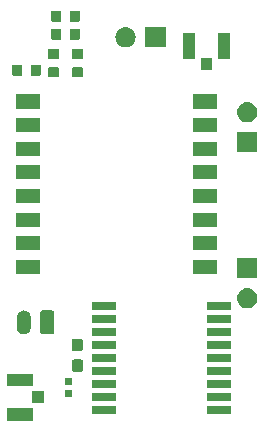
<source format=gbs>
G04 #@! TF.GenerationSoftware,KiCad,Pcbnew,(5.0.2)-1*
G04 #@! TF.CreationDate,2019-05-04T17:06:02+02:00*
G04 #@! TF.ProjectId,Cowbell_mini,436f7762-656c-46c5-9f6d-696e692e6b69,v0.4*
G04 #@! TF.SameCoordinates,Original*
G04 #@! TF.FileFunction,Soldermask,Bot*
G04 #@! TF.FilePolarity,Negative*
%FSLAX46Y46*%
G04 Gerber Fmt 4.6, Leading zero omitted, Abs format (unit mm)*
G04 Created by KiCad (PCBNEW (5.0.2)-1) date 5/4/2019 5:06:02 PM*
%MOMM*%
%LPD*%
G01*
G04 APERTURE LIST*
%ADD10C,0.150000*%
G04 APERTURE END LIST*
D10*
G36*
X119577000Y-63034000D02*
X117377000Y-63034000D01*
X117377000Y-61984000D01*
X119577000Y-61984000D01*
X119577000Y-63034000D01*
X119577000Y-63034000D01*
G37*
G36*
X136290000Y-62484000D02*
X134290000Y-62484000D01*
X134290000Y-61784000D01*
X136290000Y-61784000D01*
X136290000Y-62484000D01*
X136290000Y-62484000D01*
G37*
G36*
X126590000Y-62484000D02*
X124590000Y-62484000D01*
X124590000Y-61784000D01*
X126590000Y-61784000D01*
X126590000Y-62484000D01*
X126590000Y-62484000D01*
G37*
G36*
X120527000Y-61534000D02*
X119477000Y-61534000D01*
X119477000Y-60534000D01*
X120527000Y-60534000D01*
X120527000Y-61534000D01*
X120527000Y-61534000D01*
G37*
G36*
X126590000Y-61384000D02*
X124590000Y-61384000D01*
X124590000Y-60684000D01*
X126590000Y-60684000D01*
X126590000Y-61384000D01*
X126590000Y-61384000D01*
G37*
G36*
X136290000Y-61384000D02*
X134290000Y-61384000D01*
X134290000Y-60684000D01*
X136290000Y-60684000D01*
X136290000Y-61384000D01*
X136290000Y-61384000D01*
G37*
G36*
X122817463Y-60395106D02*
X122833298Y-60399910D01*
X122847886Y-60407707D01*
X122860676Y-60418204D01*
X122871173Y-60430994D01*
X122878970Y-60445582D01*
X122883774Y-60461417D01*
X122886000Y-60484020D01*
X122886000Y-60891740D01*
X122883774Y-60914343D01*
X122878970Y-60930178D01*
X122871173Y-60944766D01*
X122860676Y-60957556D01*
X122847886Y-60968053D01*
X122833298Y-60975850D01*
X122817463Y-60980654D01*
X122794860Y-60982880D01*
X122337140Y-60982880D01*
X122314537Y-60980654D01*
X122298702Y-60975850D01*
X122284114Y-60968053D01*
X122271324Y-60957556D01*
X122260827Y-60944766D01*
X122253030Y-60930178D01*
X122248226Y-60914343D01*
X122246000Y-60891740D01*
X122246000Y-60484020D01*
X122248226Y-60461417D01*
X122253030Y-60445582D01*
X122260827Y-60430994D01*
X122271324Y-60418204D01*
X122284114Y-60407707D01*
X122298702Y-60399910D01*
X122314537Y-60395106D01*
X122337140Y-60392880D01*
X122794860Y-60392880D01*
X122817463Y-60395106D01*
X122817463Y-60395106D01*
G37*
G36*
X136290000Y-60284000D02*
X134290000Y-60284000D01*
X134290000Y-59584000D01*
X136290000Y-59584000D01*
X136290000Y-60284000D01*
X136290000Y-60284000D01*
G37*
G36*
X126590000Y-60284000D02*
X124590000Y-60284000D01*
X124590000Y-59584000D01*
X126590000Y-59584000D01*
X126590000Y-60284000D01*
X126590000Y-60284000D01*
G37*
G36*
X119577000Y-60084000D02*
X117377000Y-60084000D01*
X117377000Y-59034000D01*
X119577000Y-59034000D01*
X119577000Y-60084000D01*
X119577000Y-60084000D01*
G37*
G36*
X122817463Y-59425106D02*
X122833298Y-59429910D01*
X122847886Y-59437707D01*
X122860676Y-59448204D01*
X122871173Y-59460994D01*
X122878970Y-59475582D01*
X122883774Y-59491417D01*
X122886000Y-59514020D01*
X122886000Y-59921740D01*
X122883774Y-59944343D01*
X122878970Y-59960178D01*
X122871173Y-59974766D01*
X122860676Y-59987556D01*
X122847886Y-59998053D01*
X122833298Y-60005850D01*
X122817463Y-60010654D01*
X122794860Y-60012880D01*
X122337140Y-60012880D01*
X122314537Y-60010654D01*
X122298702Y-60005850D01*
X122284114Y-59998053D01*
X122271324Y-59987556D01*
X122260827Y-59974766D01*
X122253030Y-59960178D01*
X122248226Y-59944343D01*
X122246000Y-59921740D01*
X122246000Y-59514020D01*
X122248226Y-59491417D01*
X122253030Y-59475582D01*
X122260827Y-59460994D01*
X122271324Y-59448204D01*
X122284114Y-59437707D01*
X122298702Y-59429910D01*
X122314537Y-59425106D01*
X122337140Y-59422880D01*
X122794860Y-59422880D01*
X122817463Y-59425106D01*
X122817463Y-59425106D01*
G37*
G36*
X136290000Y-59184000D02*
X134290000Y-59184000D01*
X134290000Y-58484000D01*
X136290000Y-58484000D01*
X136290000Y-59184000D01*
X136290000Y-59184000D01*
G37*
G36*
X126590000Y-59184000D02*
X124590000Y-59184000D01*
X124590000Y-58484000D01*
X126590000Y-58484000D01*
X126590000Y-59184000D01*
X126590000Y-59184000D01*
G37*
G36*
X123662024Y-57833955D02*
X123694736Y-57843879D01*
X123724890Y-57859997D01*
X123751316Y-57881684D01*
X123773003Y-57908110D01*
X123789121Y-57938264D01*
X123799045Y-57970976D01*
X123803000Y-58011138D01*
X123803000Y-58698862D01*
X123799045Y-58739024D01*
X123789121Y-58771736D01*
X123773003Y-58801890D01*
X123751316Y-58828316D01*
X123724890Y-58850003D01*
X123694736Y-58866121D01*
X123662024Y-58876045D01*
X123621862Y-58880000D01*
X123034138Y-58880000D01*
X122993976Y-58876045D01*
X122961264Y-58866121D01*
X122931110Y-58850003D01*
X122904684Y-58828316D01*
X122882997Y-58801890D01*
X122866879Y-58771736D01*
X122856955Y-58739024D01*
X122853000Y-58698862D01*
X122853000Y-58011138D01*
X122856955Y-57970976D01*
X122866879Y-57938264D01*
X122882997Y-57908110D01*
X122904684Y-57881684D01*
X122931110Y-57859997D01*
X122961264Y-57843879D01*
X122993976Y-57833955D01*
X123034138Y-57830000D01*
X123621862Y-57830000D01*
X123662024Y-57833955D01*
X123662024Y-57833955D01*
G37*
G36*
X136290000Y-58084000D02*
X134290000Y-58084000D01*
X134290000Y-57384000D01*
X136290000Y-57384000D01*
X136290000Y-58084000D01*
X136290000Y-58084000D01*
G37*
G36*
X126590000Y-58084000D02*
X124590000Y-58084000D01*
X124590000Y-57384000D01*
X126590000Y-57384000D01*
X126590000Y-58084000D01*
X126590000Y-58084000D01*
G37*
G36*
X123662024Y-56083955D02*
X123694736Y-56093879D01*
X123724890Y-56109997D01*
X123751316Y-56131684D01*
X123773003Y-56158110D01*
X123789121Y-56188264D01*
X123799045Y-56220976D01*
X123803000Y-56261138D01*
X123803000Y-56948862D01*
X123799045Y-56989024D01*
X123789121Y-57021736D01*
X123773003Y-57051890D01*
X123751316Y-57078316D01*
X123724890Y-57100003D01*
X123694736Y-57116121D01*
X123662024Y-57126045D01*
X123621862Y-57130000D01*
X123034138Y-57130000D01*
X122993976Y-57126045D01*
X122961264Y-57116121D01*
X122931110Y-57100003D01*
X122904684Y-57078316D01*
X122882997Y-57051890D01*
X122866879Y-57021736D01*
X122856955Y-56989024D01*
X122853000Y-56948862D01*
X122853000Y-56261138D01*
X122856955Y-56220976D01*
X122866879Y-56188264D01*
X122882997Y-56158110D01*
X122904684Y-56131684D01*
X122931110Y-56109997D01*
X122961264Y-56093879D01*
X122993976Y-56083955D01*
X123034138Y-56080000D01*
X123621862Y-56080000D01*
X123662024Y-56083955D01*
X123662024Y-56083955D01*
G37*
G36*
X136290000Y-56984000D02*
X134290000Y-56984000D01*
X134290000Y-56284000D01*
X136290000Y-56284000D01*
X136290000Y-56984000D01*
X136290000Y-56984000D01*
G37*
G36*
X126590000Y-56984000D02*
X124590000Y-56984000D01*
X124590000Y-56284000D01*
X126590000Y-56284000D01*
X126590000Y-56984000D01*
X126590000Y-56984000D01*
G37*
G36*
X126590000Y-55884000D02*
X124590000Y-55884000D01*
X124590000Y-55184000D01*
X126590000Y-55184000D01*
X126590000Y-55884000D01*
X126590000Y-55884000D01*
G37*
G36*
X136290000Y-55884000D02*
X134290000Y-55884000D01*
X134290000Y-55184000D01*
X136290000Y-55184000D01*
X136290000Y-55884000D01*
X136290000Y-55884000D01*
G37*
G36*
X118889621Y-53694682D02*
X119002721Y-53728990D01*
X119106955Y-53784704D01*
X119198317Y-53859683D01*
X119273296Y-53951045D01*
X119329010Y-54055279D01*
X119363318Y-54168379D01*
X119372000Y-54256526D01*
X119372000Y-55115474D01*
X119363318Y-55203621D01*
X119329010Y-55316721D01*
X119273296Y-55420955D01*
X119198317Y-55512317D01*
X119106954Y-55587296D01*
X119002720Y-55643010D01*
X118889620Y-55677318D01*
X118772000Y-55688903D01*
X118654379Y-55677318D01*
X118541279Y-55643010D01*
X118437045Y-55587296D01*
X118345683Y-55512317D01*
X118270704Y-55420954D01*
X118214990Y-55316720D01*
X118180682Y-55203620D01*
X118172000Y-55115473D01*
X118172000Y-54256526D01*
X118180682Y-54168379D01*
X118214991Y-54055279D01*
X118270705Y-53951045D01*
X118345684Y-53859683D01*
X118437046Y-53784704D01*
X118541280Y-53728990D01*
X118654380Y-53694682D01*
X118772000Y-53683097D01*
X118889621Y-53694682D01*
X118889621Y-53694682D01*
G37*
G36*
X121180717Y-53691156D02*
X121225156Y-53704637D01*
X121266109Y-53726527D01*
X121302010Y-53755990D01*
X121331473Y-53791891D01*
X121353363Y-53832844D01*
X121366844Y-53877283D01*
X121372000Y-53929640D01*
X121372000Y-55442360D01*
X121366844Y-55494717D01*
X121353363Y-55539156D01*
X121331473Y-55580109D01*
X121302010Y-55616010D01*
X121266109Y-55645473D01*
X121225156Y-55667363D01*
X121180717Y-55680844D01*
X121128360Y-55686000D01*
X120415640Y-55686000D01*
X120363283Y-55680844D01*
X120318844Y-55667363D01*
X120277891Y-55645473D01*
X120241990Y-55616010D01*
X120212527Y-55580109D01*
X120190637Y-55539156D01*
X120177156Y-55494717D01*
X120172000Y-55442360D01*
X120172000Y-53929640D01*
X120177156Y-53877283D01*
X120190637Y-53832844D01*
X120212527Y-53791891D01*
X120241990Y-53755990D01*
X120277891Y-53726527D01*
X120318844Y-53704637D01*
X120363283Y-53691156D01*
X120415640Y-53686000D01*
X121128360Y-53686000D01*
X121180717Y-53691156D01*
X121180717Y-53691156D01*
G37*
G36*
X136290000Y-54784000D02*
X134290000Y-54784000D01*
X134290000Y-54084000D01*
X136290000Y-54084000D01*
X136290000Y-54784000D01*
X136290000Y-54784000D01*
G37*
G36*
X126590000Y-54784000D02*
X124590000Y-54784000D01*
X124590000Y-54084000D01*
X126590000Y-54084000D01*
X126590000Y-54784000D01*
X126590000Y-54784000D01*
G37*
G36*
X136290000Y-53684000D02*
X134290000Y-53684000D01*
X134290000Y-52984000D01*
X136290000Y-52984000D01*
X136290000Y-53684000D01*
X136290000Y-53684000D01*
G37*
G36*
X126590000Y-53684000D02*
X124590000Y-53684000D01*
X124590000Y-52984000D01*
X126590000Y-52984000D01*
X126590000Y-53684000D01*
X126590000Y-53684000D01*
G37*
G36*
X137866630Y-51816299D02*
X138026855Y-51864903D01*
X138174520Y-51943831D01*
X138303949Y-52050051D01*
X138410169Y-52179480D01*
X138489097Y-52327145D01*
X138537701Y-52487370D01*
X138554112Y-52654000D01*
X138537701Y-52820630D01*
X138489097Y-52980855D01*
X138410169Y-53128520D01*
X138303949Y-53257949D01*
X138174520Y-53364169D01*
X138026855Y-53443097D01*
X137866630Y-53491701D01*
X137741752Y-53504000D01*
X137658248Y-53504000D01*
X137533370Y-53491701D01*
X137373145Y-53443097D01*
X137225480Y-53364169D01*
X137096051Y-53257949D01*
X136989831Y-53128520D01*
X136910903Y-52980855D01*
X136862299Y-52820630D01*
X136845888Y-52654000D01*
X136862299Y-52487370D01*
X136910903Y-52327145D01*
X136989831Y-52179480D01*
X137096051Y-52050051D01*
X137225480Y-51943831D01*
X137373145Y-51864903D01*
X137533370Y-51816299D01*
X137658248Y-51804000D01*
X137741752Y-51804000D01*
X137866630Y-51816299D01*
X137866630Y-51816299D01*
G37*
G36*
X138550000Y-50964000D02*
X136850000Y-50964000D01*
X136850000Y-49264000D01*
X138550000Y-49264000D01*
X138550000Y-50964000D01*
X138550000Y-50964000D01*
G37*
G36*
X135130000Y-50602000D02*
X133130000Y-50602000D01*
X133130000Y-49402000D01*
X135130000Y-49402000D01*
X135130000Y-50602000D01*
X135130000Y-50602000D01*
G37*
G36*
X120130000Y-50602000D02*
X118130000Y-50602000D01*
X118130000Y-49402000D01*
X120130000Y-49402000D01*
X120130000Y-50602000D01*
X120130000Y-50602000D01*
G37*
G36*
X135130000Y-48602000D02*
X133130000Y-48602000D01*
X133130000Y-47402000D01*
X135130000Y-47402000D01*
X135130000Y-48602000D01*
X135130000Y-48602000D01*
G37*
G36*
X120130000Y-48602000D02*
X118130000Y-48602000D01*
X118130000Y-47402000D01*
X120130000Y-47402000D01*
X120130000Y-48602000D01*
X120130000Y-48602000D01*
G37*
G36*
X120130000Y-46602000D02*
X118130000Y-46602000D01*
X118130000Y-45402000D01*
X120130000Y-45402000D01*
X120130000Y-46602000D01*
X120130000Y-46602000D01*
G37*
G36*
X135130000Y-46602000D02*
X133130000Y-46602000D01*
X133130000Y-45402000D01*
X135130000Y-45402000D01*
X135130000Y-46602000D01*
X135130000Y-46602000D01*
G37*
G36*
X120130000Y-44602000D02*
X118130000Y-44602000D01*
X118130000Y-43402000D01*
X120130000Y-43402000D01*
X120130000Y-44602000D01*
X120130000Y-44602000D01*
G37*
G36*
X135130000Y-44602000D02*
X133130000Y-44602000D01*
X133130000Y-43402000D01*
X135130000Y-43402000D01*
X135130000Y-44602000D01*
X135130000Y-44602000D01*
G37*
G36*
X120130000Y-42602000D02*
X118130000Y-42602000D01*
X118130000Y-41402000D01*
X120130000Y-41402000D01*
X120130000Y-42602000D01*
X120130000Y-42602000D01*
G37*
G36*
X135130000Y-42602000D02*
X133130000Y-42602000D01*
X133130000Y-41402000D01*
X135130000Y-41402000D01*
X135130000Y-42602000D01*
X135130000Y-42602000D01*
G37*
G36*
X120130000Y-40602000D02*
X118130000Y-40602000D01*
X118130000Y-39402000D01*
X120130000Y-39402000D01*
X120130000Y-40602000D01*
X120130000Y-40602000D01*
G37*
G36*
X135130000Y-40602000D02*
X133130000Y-40602000D01*
X133130000Y-39402000D01*
X135130000Y-39402000D01*
X135130000Y-40602000D01*
X135130000Y-40602000D01*
G37*
G36*
X138550000Y-40296000D02*
X136850000Y-40296000D01*
X136850000Y-38596000D01*
X138550000Y-38596000D01*
X138550000Y-40296000D01*
X138550000Y-40296000D01*
G37*
G36*
X135130000Y-38602000D02*
X133130000Y-38602000D01*
X133130000Y-37402000D01*
X135130000Y-37402000D01*
X135130000Y-38602000D01*
X135130000Y-38602000D01*
G37*
G36*
X120130000Y-38602000D02*
X118130000Y-38602000D01*
X118130000Y-37402000D01*
X120130000Y-37402000D01*
X120130000Y-38602000D01*
X120130000Y-38602000D01*
G37*
G36*
X137866630Y-36068299D02*
X138026855Y-36116903D01*
X138174520Y-36195831D01*
X138303949Y-36302051D01*
X138410169Y-36431480D01*
X138489097Y-36579145D01*
X138537701Y-36739370D01*
X138554112Y-36906000D01*
X138537701Y-37072630D01*
X138489097Y-37232855D01*
X138410169Y-37380520D01*
X138303949Y-37509949D01*
X138174520Y-37616169D01*
X138026855Y-37695097D01*
X137866630Y-37743701D01*
X137741752Y-37756000D01*
X137658248Y-37756000D01*
X137533370Y-37743701D01*
X137373145Y-37695097D01*
X137225480Y-37616169D01*
X137096051Y-37509949D01*
X136989831Y-37380520D01*
X136910903Y-37232855D01*
X136862299Y-37072630D01*
X136845888Y-36906000D01*
X136862299Y-36739370D01*
X136910903Y-36579145D01*
X136989831Y-36431480D01*
X137096051Y-36302051D01*
X137225480Y-36195831D01*
X137373145Y-36116903D01*
X137533370Y-36068299D01*
X137658248Y-36056000D01*
X137741752Y-36056000D01*
X137866630Y-36068299D01*
X137866630Y-36068299D01*
G37*
G36*
X135130000Y-36602000D02*
X133130000Y-36602000D01*
X133130000Y-35402000D01*
X135130000Y-35402000D01*
X135130000Y-36602000D01*
X135130000Y-36602000D01*
G37*
G36*
X120130000Y-36602000D02*
X118130000Y-36602000D01*
X118130000Y-35402000D01*
X120130000Y-35402000D01*
X120130000Y-36602000D01*
X120130000Y-36602000D01*
G37*
G36*
X121645116Y-33093995D02*
X121674313Y-33102852D01*
X121701218Y-33117233D01*
X121724808Y-33136592D01*
X121744167Y-33160182D01*
X121758548Y-33187087D01*
X121767405Y-33216284D01*
X121771000Y-33252790D01*
X121771000Y-33803010D01*
X121767405Y-33839516D01*
X121758548Y-33868713D01*
X121744167Y-33895618D01*
X121724808Y-33919208D01*
X121701218Y-33938567D01*
X121674313Y-33952948D01*
X121645116Y-33961805D01*
X121608610Y-33965400D01*
X120983390Y-33965400D01*
X120946884Y-33961805D01*
X120917687Y-33952948D01*
X120890782Y-33938567D01*
X120867192Y-33919208D01*
X120847833Y-33895618D01*
X120833452Y-33868713D01*
X120824595Y-33839516D01*
X120821000Y-33803010D01*
X120821000Y-33252790D01*
X120824595Y-33216284D01*
X120833452Y-33187087D01*
X120847833Y-33160182D01*
X120867192Y-33136592D01*
X120890782Y-33117233D01*
X120917687Y-33102852D01*
X120946884Y-33093995D01*
X120983390Y-33090400D01*
X121608610Y-33090400D01*
X121645116Y-33093995D01*
X121645116Y-33093995D01*
G37*
G36*
X123677116Y-33093995D02*
X123706313Y-33102852D01*
X123733218Y-33117233D01*
X123756808Y-33136592D01*
X123776167Y-33160182D01*
X123790548Y-33187087D01*
X123799405Y-33216284D01*
X123803000Y-33252790D01*
X123803000Y-33803010D01*
X123799405Y-33839516D01*
X123790548Y-33868713D01*
X123776167Y-33895618D01*
X123756808Y-33919208D01*
X123733218Y-33938567D01*
X123706313Y-33952948D01*
X123677116Y-33961805D01*
X123640610Y-33965400D01*
X123015390Y-33965400D01*
X122978884Y-33961805D01*
X122949687Y-33952948D01*
X122922782Y-33938567D01*
X122899192Y-33919208D01*
X122879833Y-33895618D01*
X122865452Y-33868713D01*
X122856595Y-33839516D01*
X122853000Y-33803010D01*
X122853000Y-33252790D01*
X122856595Y-33216284D01*
X122865452Y-33187087D01*
X122879833Y-33160182D01*
X122899192Y-33136592D01*
X122922782Y-33117233D01*
X122949687Y-33102852D01*
X122978884Y-33093995D01*
X123015390Y-33090400D01*
X123640610Y-33090400D01*
X123677116Y-33093995D01*
X123677116Y-33093995D01*
G37*
G36*
X120109116Y-32878595D02*
X120138313Y-32887452D01*
X120165218Y-32901833D01*
X120188808Y-32921192D01*
X120208167Y-32944782D01*
X120222548Y-32971687D01*
X120231405Y-33000884D01*
X120235000Y-33037390D01*
X120235000Y-33662610D01*
X120231405Y-33699116D01*
X120222548Y-33728313D01*
X120208167Y-33755218D01*
X120188808Y-33778808D01*
X120165218Y-33798167D01*
X120138313Y-33812548D01*
X120109116Y-33821405D01*
X120072610Y-33825000D01*
X119522390Y-33825000D01*
X119485884Y-33821405D01*
X119456687Y-33812548D01*
X119429782Y-33798167D01*
X119406192Y-33778808D01*
X119386833Y-33755218D01*
X119372452Y-33728313D01*
X119363595Y-33699116D01*
X119360000Y-33662610D01*
X119360000Y-33037390D01*
X119363595Y-33000884D01*
X119372452Y-32971687D01*
X119386833Y-32944782D01*
X119406192Y-32921192D01*
X119429782Y-32901833D01*
X119456687Y-32887452D01*
X119485884Y-32878595D01*
X119522390Y-32875000D01*
X120072610Y-32875000D01*
X120109116Y-32878595D01*
X120109116Y-32878595D01*
G37*
G36*
X118534116Y-32878595D02*
X118563313Y-32887452D01*
X118590218Y-32901833D01*
X118613808Y-32921192D01*
X118633167Y-32944782D01*
X118647548Y-32971687D01*
X118656405Y-33000884D01*
X118660000Y-33037390D01*
X118660000Y-33662610D01*
X118656405Y-33699116D01*
X118647548Y-33728313D01*
X118633167Y-33755218D01*
X118613808Y-33778808D01*
X118590218Y-33798167D01*
X118563313Y-33812548D01*
X118534116Y-33821405D01*
X118497610Y-33825000D01*
X117947390Y-33825000D01*
X117910884Y-33821405D01*
X117881687Y-33812548D01*
X117854782Y-33798167D01*
X117831192Y-33778808D01*
X117811833Y-33755218D01*
X117797452Y-33728313D01*
X117788595Y-33699116D01*
X117785000Y-33662610D01*
X117785000Y-33037390D01*
X117788595Y-33000884D01*
X117797452Y-32971687D01*
X117811833Y-32944782D01*
X117831192Y-32921192D01*
X117854782Y-32901833D01*
X117881687Y-32887452D01*
X117910884Y-32878595D01*
X117947390Y-32875000D01*
X118497610Y-32875000D01*
X118534116Y-32878595D01*
X118534116Y-32878595D01*
G37*
G36*
X134750000Y-33343000D02*
X133750000Y-33343000D01*
X133750000Y-32293000D01*
X134750000Y-32293000D01*
X134750000Y-33343000D01*
X134750000Y-33343000D01*
G37*
G36*
X133300000Y-32393000D02*
X132250000Y-32393000D01*
X132250000Y-30193000D01*
X133300000Y-30193000D01*
X133300000Y-32393000D01*
X133300000Y-32393000D01*
G37*
G36*
X136250000Y-32393000D02*
X135200000Y-32393000D01*
X135200000Y-30193000D01*
X136250000Y-30193000D01*
X136250000Y-32393000D01*
X136250000Y-32393000D01*
G37*
G36*
X123677116Y-31518995D02*
X123706313Y-31527852D01*
X123733218Y-31542233D01*
X123756808Y-31561592D01*
X123776167Y-31585182D01*
X123790548Y-31612087D01*
X123799405Y-31641284D01*
X123803000Y-31677790D01*
X123803000Y-32228010D01*
X123799405Y-32264516D01*
X123790548Y-32293713D01*
X123776167Y-32320618D01*
X123756808Y-32344208D01*
X123733218Y-32363567D01*
X123706313Y-32377948D01*
X123677116Y-32386805D01*
X123640610Y-32390400D01*
X123015390Y-32390400D01*
X122978884Y-32386805D01*
X122949687Y-32377948D01*
X122922782Y-32363567D01*
X122899192Y-32344208D01*
X122879833Y-32320618D01*
X122865452Y-32293713D01*
X122856595Y-32264516D01*
X122853000Y-32228010D01*
X122853000Y-31677790D01*
X122856595Y-31641284D01*
X122865452Y-31612087D01*
X122879833Y-31585182D01*
X122899192Y-31561592D01*
X122922782Y-31542233D01*
X122949687Y-31527852D01*
X122978884Y-31518995D01*
X123015390Y-31515400D01*
X123640610Y-31515400D01*
X123677116Y-31518995D01*
X123677116Y-31518995D01*
G37*
G36*
X121645116Y-31518995D02*
X121674313Y-31527852D01*
X121701218Y-31542233D01*
X121724808Y-31561592D01*
X121744167Y-31585182D01*
X121758548Y-31612087D01*
X121767405Y-31641284D01*
X121771000Y-31677790D01*
X121771000Y-32228010D01*
X121767405Y-32264516D01*
X121758548Y-32293713D01*
X121744167Y-32320618D01*
X121724808Y-32344208D01*
X121701218Y-32363567D01*
X121674313Y-32377948D01*
X121645116Y-32386805D01*
X121608610Y-32390400D01*
X120983390Y-32390400D01*
X120946884Y-32386805D01*
X120917687Y-32377948D01*
X120890782Y-32363567D01*
X120867192Y-32344208D01*
X120847833Y-32320618D01*
X120833452Y-32293713D01*
X120824595Y-32264516D01*
X120821000Y-32228010D01*
X120821000Y-31677790D01*
X120824595Y-31641284D01*
X120833452Y-31612087D01*
X120847833Y-31585182D01*
X120867192Y-31561592D01*
X120890782Y-31542233D01*
X120917687Y-31527852D01*
X120946884Y-31518995D01*
X120983390Y-31515400D01*
X121608610Y-31515400D01*
X121645116Y-31518995D01*
X121645116Y-31518995D01*
G37*
G36*
X127558630Y-29718299D02*
X127718855Y-29766903D01*
X127866520Y-29845831D01*
X127995949Y-29952051D01*
X128102169Y-30081480D01*
X128181097Y-30229145D01*
X128229701Y-30389370D01*
X128246112Y-30556000D01*
X128229701Y-30722630D01*
X128181097Y-30882855D01*
X128102169Y-31030520D01*
X127995949Y-31159949D01*
X127866520Y-31266169D01*
X127718855Y-31345097D01*
X127558630Y-31393701D01*
X127433752Y-31406000D01*
X127350248Y-31406000D01*
X127225370Y-31393701D01*
X127065145Y-31345097D01*
X126917480Y-31266169D01*
X126788051Y-31159949D01*
X126681831Y-31030520D01*
X126602903Y-30882855D01*
X126554299Y-30722630D01*
X126537888Y-30556000D01*
X126554299Y-30389370D01*
X126602903Y-30229145D01*
X126681831Y-30081480D01*
X126788051Y-29952051D01*
X126917480Y-29845831D01*
X127065145Y-29766903D01*
X127225370Y-29718299D01*
X127350248Y-29706000D01*
X127433752Y-29706000D01*
X127558630Y-29718299D01*
X127558630Y-29718299D01*
G37*
G36*
X130782000Y-31406000D02*
X129082000Y-31406000D01*
X129082000Y-29706000D01*
X130782000Y-29706000D01*
X130782000Y-31406000D01*
X130782000Y-31406000D01*
G37*
G36*
X123411116Y-29830595D02*
X123440313Y-29839452D01*
X123467218Y-29853833D01*
X123490808Y-29873192D01*
X123510167Y-29896782D01*
X123524548Y-29923687D01*
X123533405Y-29952884D01*
X123537000Y-29989390D01*
X123537000Y-30614610D01*
X123533405Y-30651116D01*
X123524548Y-30680313D01*
X123510167Y-30707218D01*
X123490808Y-30730808D01*
X123467218Y-30750167D01*
X123440313Y-30764548D01*
X123411116Y-30773405D01*
X123374610Y-30777000D01*
X122824390Y-30777000D01*
X122787884Y-30773405D01*
X122758687Y-30764548D01*
X122731782Y-30750167D01*
X122708192Y-30730808D01*
X122688833Y-30707218D01*
X122674452Y-30680313D01*
X122665595Y-30651116D01*
X122662000Y-30614610D01*
X122662000Y-29989390D01*
X122665595Y-29952884D01*
X122674452Y-29923687D01*
X122688833Y-29896782D01*
X122708192Y-29873192D01*
X122731782Y-29853833D01*
X122758687Y-29839452D01*
X122787884Y-29830595D01*
X122824390Y-29827000D01*
X123374610Y-29827000D01*
X123411116Y-29830595D01*
X123411116Y-29830595D01*
G37*
G36*
X121836116Y-29830595D02*
X121865313Y-29839452D01*
X121892218Y-29853833D01*
X121915808Y-29873192D01*
X121935167Y-29896782D01*
X121949548Y-29923687D01*
X121958405Y-29952884D01*
X121962000Y-29989390D01*
X121962000Y-30614610D01*
X121958405Y-30651116D01*
X121949548Y-30680313D01*
X121935167Y-30707218D01*
X121915808Y-30730808D01*
X121892218Y-30750167D01*
X121865313Y-30764548D01*
X121836116Y-30773405D01*
X121799610Y-30777000D01*
X121249390Y-30777000D01*
X121212884Y-30773405D01*
X121183687Y-30764548D01*
X121156782Y-30750167D01*
X121133192Y-30730808D01*
X121113833Y-30707218D01*
X121099452Y-30680313D01*
X121090595Y-30651116D01*
X121087000Y-30614610D01*
X121087000Y-29989390D01*
X121090595Y-29952884D01*
X121099452Y-29923687D01*
X121113833Y-29896782D01*
X121133192Y-29873192D01*
X121156782Y-29853833D01*
X121183687Y-29839452D01*
X121212884Y-29830595D01*
X121249390Y-29827000D01*
X121799610Y-29827000D01*
X121836116Y-29830595D01*
X121836116Y-29830595D01*
G37*
G36*
X123411116Y-28306595D02*
X123440313Y-28315452D01*
X123467218Y-28329833D01*
X123490808Y-28349192D01*
X123510167Y-28372782D01*
X123524548Y-28399687D01*
X123533405Y-28428884D01*
X123537000Y-28465390D01*
X123537000Y-29090610D01*
X123533405Y-29127116D01*
X123524548Y-29156313D01*
X123510167Y-29183218D01*
X123490808Y-29206808D01*
X123467218Y-29226167D01*
X123440313Y-29240548D01*
X123411116Y-29249405D01*
X123374610Y-29253000D01*
X122824390Y-29253000D01*
X122787884Y-29249405D01*
X122758687Y-29240548D01*
X122731782Y-29226167D01*
X122708192Y-29206808D01*
X122688833Y-29183218D01*
X122674452Y-29156313D01*
X122665595Y-29127116D01*
X122662000Y-29090610D01*
X122662000Y-28465390D01*
X122665595Y-28428884D01*
X122674452Y-28399687D01*
X122688833Y-28372782D01*
X122708192Y-28349192D01*
X122731782Y-28329833D01*
X122758687Y-28315452D01*
X122787884Y-28306595D01*
X122824390Y-28303000D01*
X123374610Y-28303000D01*
X123411116Y-28306595D01*
X123411116Y-28306595D01*
G37*
G36*
X121836116Y-28306595D02*
X121865313Y-28315452D01*
X121892218Y-28329833D01*
X121915808Y-28349192D01*
X121935167Y-28372782D01*
X121949548Y-28399687D01*
X121958405Y-28428884D01*
X121962000Y-28465390D01*
X121962000Y-29090610D01*
X121958405Y-29127116D01*
X121949548Y-29156313D01*
X121935167Y-29183218D01*
X121915808Y-29206808D01*
X121892218Y-29226167D01*
X121865313Y-29240548D01*
X121836116Y-29249405D01*
X121799610Y-29253000D01*
X121249390Y-29253000D01*
X121212884Y-29249405D01*
X121183687Y-29240548D01*
X121156782Y-29226167D01*
X121133192Y-29206808D01*
X121113833Y-29183218D01*
X121099452Y-29156313D01*
X121090595Y-29127116D01*
X121087000Y-29090610D01*
X121087000Y-28465390D01*
X121090595Y-28428884D01*
X121099452Y-28399687D01*
X121113833Y-28372782D01*
X121133192Y-28349192D01*
X121156782Y-28329833D01*
X121183687Y-28315452D01*
X121212884Y-28306595D01*
X121249390Y-28303000D01*
X121799610Y-28303000D01*
X121836116Y-28306595D01*
X121836116Y-28306595D01*
G37*
M02*

</source>
